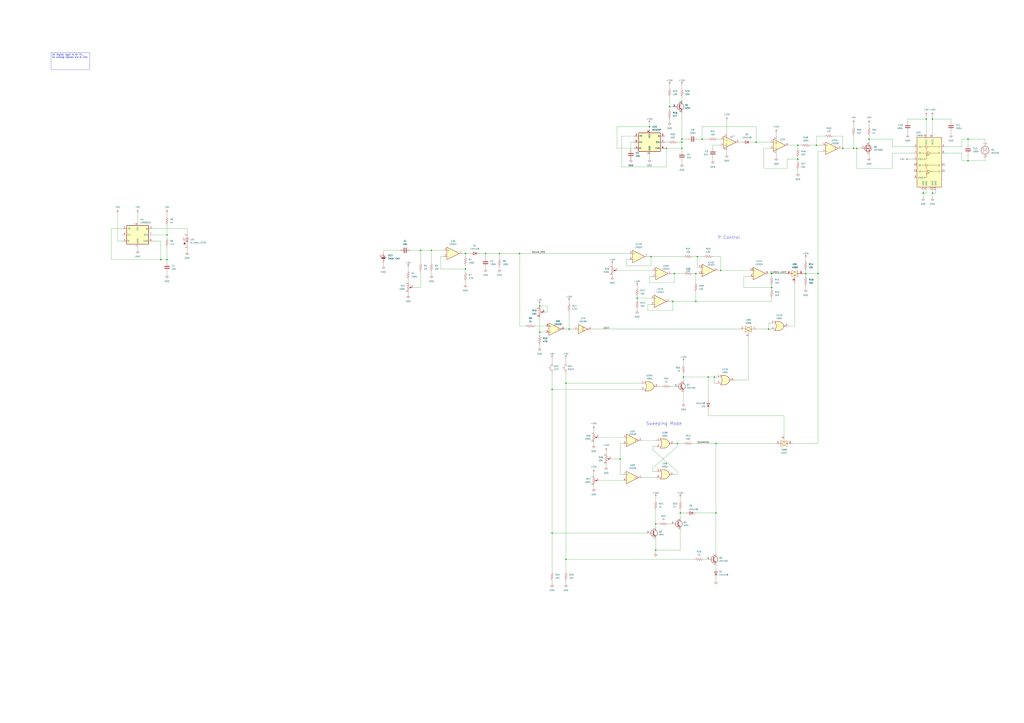
<source format=kicad_sch>
(kicad_sch (version 20231120) (generator "eeschema") (generator_version "8.0")
  (paper "A1")
  (junction (at 552.45 247.65))
  (junction (at 671.83 224.79))
  (junction (at 467.36 270.51))
  (junction (at 576.58 114.3))
  (junction (at 549.91 87.63))
  (junction (at 703.58 121.92))
  (junction (at 581.66 309.88))
  (junction (at 670.56 119.38))
  (junction (at 137.16 213.36))
  (junction (at 382.27 220.98))
  (junction (at 538.48 452.12))
  (junction (at 571.5 247.65))
  (junction (at 426.72 208.28))
  (junction (at 661.67 224.79))
  (junction (at 464.82 459.74))
  (junction (at 453.39 438.15))
  (junction (at 692.15 121.92))
  (junction (at 588.01 364.49))
  (junction (at 758.19 158.75))
  (junction (at 571.5 224.79))
  (junction (at 586.74 309.88))
  (junction (at 760.73 97.79))
  (junction (at 547.37 121.92))
  (junction (at 137.16 193.04))
  (junction (at 701.04 121.92))
  (junction (at 631.19 270.51))
  (junction (at 795.02 114.3))
  (junction (at 655.32 130.81))
  (junction (at 509.27 377.19))
  (junction (at 556.26 364.49))
  (junction (at 655.32 119.38))
  (junction (at 588.01 421.64))
  (junction (at 523.24 245.11))
  (junction (at 561.34 309.88))
  (junction (at 633.73 224.79))
  (junction (at 354.33 205.74))
  (junction (at 533.4 104.14))
  (junction (at 633.73 236.22))
  (junction (at 410.21 208.28))
  (junction (at 560.07 114.3))
  (junction (at 553.72 224.79))
  (junction (at 713.74 114.3))
  (junction (at 560.07 116.84))
  (junction (at 795.02 132.08))
  (junction (at 538.48 430.53))
  (junction (at 132.08 213.36))
  (junction (at 453.39 320.04))
  (junction (at 534.67 210.82))
  (junction (at 765.81 158.75))
  (junction (at 560.07 121.92))
  (junction (at 464.82 314.96))
  (junction (at 765.81 97.79))
  (junction (at 398.78 208.28))
  (junction (at 382.27 208.28))
  (junction (at 621.03 116.84))
  (junction (at 558.8 421.64))
  (junction (at 345.44 205.74))
  (junction (at 443.23 273.05))
  (junction (at 572.77 210.82))
  (junction (at 443.23 251.46))
  (junction (at 591.82 222.25))
  (wire (pts (xy 125.73 193.04) (xy 137.16 193.04)))
  (wire (pts (xy 398.78 212.09) (xy 398.78 208.28)))
  (wire (pts (xy 692.15 111.76) (xy 692.15 121.92)))
  (wire (pts (xy 453.39 320.04) (xy 453.39 438.15)))
  (wire (pts (xy 560.07 116.84) (xy 560.07 121.92)))
  (wire (pts (xy 670.56 111.76) (xy 676.91 111.76)))
  (wire (pts (xy 547.37 121.92) (xy 546.1 121.92)))
  (wire (pts (xy 335.28 229.87) (xy 335.28 232.41)))
  (wire (pts (xy 633.73 236.22) (xy 633.73 234.95)))
  (wire (pts (xy 795.02 127) (xy 795.02 132.08)))
  (wire (pts (xy 552.45 255.27) (xy 552.45 247.65)))
  (wire (pts (xy 760.73 158.75) (xy 758.19 158.75)))
  (wire (pts (xy 655.32 132.08) (xy 655.32 130.81)))
  (wire (pts (xy 703.58 121.92) (xy 703.58 138.43)))
  (wire (pts (xy 684.53 111.76) (xy 692.15 111.76)))
  (wire (pts (xy 487.68 365.76) (xy 487.68 363.22)))
  (wire (pts (xy 571.5 247.65) (xy 552.45 247.65)))
  (wire (pts (xy 153.67 204.47) (xy 153.67 207.01)))
  (wire (pts (xy 571.5 224.79) (xy 574.04 224.79)))
  (wire (pts (xy 538.48 361.95) (xy 527.05 361.95)))
  (wire (pts (xy 514.35 218.44) (xy 514.35 213.36)))
  (wire (pts (xy 506.73 104.14) (xy 506.73 121.92)))
  (wire (pts (xy 538.48 387.35) (xy 535.94 387.35)))
  (wire (pts (xy 335.28 240.03) (xy 335.28 242.57)))
  (wire (pts (xy 382.27 208.28) (xy 386.08 208.28)))
  (wire (pts (xy 398.78 220.98) (xy 398.78 219.71)))
  (wire (pts (xy 364.49 210.82) (xy 361.95 210.82)))
  (wire (pts (xy 453.39 438.15) (xy 453.39 469.9)))
  (wire (pts (xy 535.94 384.81) (xy 556.26 367.03)))
  (wire (pts (xy 541.02 430.53) (xy 538.48 430.53)))
  (wire (pts (xy 781.05 100.33) (xy 781.05 97.79)))
  (wire (pts (xy 581.66 341.63) (xy 581.66 336.55)))
  (wire (pts (xy 558.8 421.64) (xy 558.8 425.45)))
  (wire (pts (xy 125.73 198.12) (xy 132.08 198.12)))
  (wire (pts (xy 538.48 452.12) (xy 558.8 452.12)))
  (wire (pts (xy 558.8 411.48) (xy 558.8 408.94)))
  (wire (pts (xy 607.06 116.84) (xy 609.6 116.84)))
  (wire (pts (xy 533.4 101.6) (xy 533.4 104.14)))
  (wire (pts (xy 661.67 237.49) (xy 661.67 234.95)))
  (wire (pts (xy 314.96 215.9) (xy 314.96 218.44)))
  (wire (pts (xy 549.91 69.85) (xy 549.91 72.39)))
  (wire (pts (xy 610.87 236.22) (xy 633.73 236.22)))
  (wire (pts (xy 789.94 114.3) (xy 795.02 114.3)))
  (wire (pts (xy 758.19 162.56) (xy 758.19 158.75)))
  (wire (pts (xy 464.82 459.74) (xy 464.82 314.96)))
  (wire (pts (xy 534.67 210.82) (xy 534.67 218.44)))
  (wire (pts (xy 571.5 421.64) (xy 588.01 421.64)))
  (wire (pts (xy 509.27 389.89) (xy 511.81 389.89)))
  (wire (pts (xy 561.34 364.49) (xy 556.26 364.49)))
  (wire (pts (xy 631.19 265.43) (xy 632.46 265.43)))
  (wire (pts (xy 591.82 222.25) (xy 589.28 222.25)))
  (wire (pts (xy 655.32 130.81) (xy 655.32 129.54)))
  (wire (pts (xy 652.78 267.97) (xy 647.7 267.97)))
  (wire (pts (xy 586.74 314.96) (xy 588.01 314.96)))
  (wire (pts (xy 449.58 256.54) (xy 447.04 256.54)))
  (wire (pts (xy 426.72 208.28) (xy 516.89 208.28)))
  (wire (pts (xy 621.03 116.84) (xy 621.03 104.14)))
  (wire (pts (xy 586.74 309.88) (xy 586.74 314.96)))
  (wire (pts (xy 795.02 132.08) (xy 789.94 132.08)))
  (wire (pts (xy 487.68 401.32) (xy 487.68 398.78)))
  (wire (pts (xy 765.81 156.21) (xy 765.81 158.75)))
  (wire (pts (xy 585.47 119.38) (xy 591.82 119.38)))
  (wire (pts (xy 633.73 245.11) (xy 633.73 247.65)))
  (wire (pts (xy 137.16 193.04) (xy 137.16 185.42)))
  (wire (pts (xy 549.91 90.17) (xy 549.91 87.63)))
  (wire (pts (xy 637.54 109.22) (xy 637.54 111.76)))
  (wire (pts (xy 631.19 265.43) (xy 631.19 270.51)))
  (wire (pts (xy 464.82 477.52) (xy 464.82 480.06)))
  (wire (pts (xy 520.7 121.92) (xy 506.73 121.92)))
  (wire (pts (xy 354.33 223.52) (xy 354.33 226.06)))
  (wire (pts (xy 558.8 435.61) (xy 558.8 452.12)))
  (wire (pts (xy 96.52 198.12) (xy 100.33 198.12)))
  (wire (pts (xy 750.57 120.65) (xy 732.79 120.65)))
  (wire (pts (xy 426.72 208.28) (xy 426.72 267.97)))
  (wire (pts (xy 588.01 364.49) (xy 636.27 364.49)))
  (wire (pts (xy 732.79 114.3) (xy 732.79 120.65)))
  (wire (pts (xy 760.73 156.21) (xy 760.73 158.75)))
  (wire (pts (xy 449.58 256.54) (xy 449.58 251.46)))
  (wire (pts (xy 765.81 95.25) (xy 765.81 97.79)))
  (wire (pts (xy 538.48 392.43) (xy 527.05 392.43)))
  (wire (pts (xy 560.07 134.62) (xy 560.07 132.08)))
  (wire (pts (xy 538.48 430.53) (xy 538.48 433.07)))
  (wire (pts (xy 511.81 364.49) (xy 509.27 364.49)))
  (wire (pts (xy 758.19 158.75) (xy 758.19 156.21)))
  (wire (pts (xy 745.49 107.95) (xy 745.49 110.49)))
  (wire (pts (xy 533.4 232.41) (xy 553.72 232.41)))
  (wire (pts (xy 603.25 312.42) (xy 614.68 312.42)))
  (wire (pts (xy 560.07 124.46) (xy 560.07 121.92)))
  (wire (pts (xy 560.07 121.92) (xy 547.37 121.92)))
  (wire (pts (xy 646.43 138.43) (xy 646.43 130.81)))
  (wire (pts (xy 596.9 127) (xy 596.9 124.46)))
  (wire (pts (xy 571.5 240.03) (xy 571.5 247.65)))
  (wire (pts (xy 132.08 213.36) (xy 137.16 213.36)))
  (wire (pts (xy 701.04 104.14) (xy 701.04 101.6)))
  (wire (pts (xy 627.38 138.43) (xy 646.43 138.43)))
  (wire (pts (xy 808.99 114.3) (xy 808.99 116.84)))
  (wire (pts (xy 501.65 377.19) (xy 509.27 377.19)))
  (wire (pts (xy 808.99 129.54) (xy 808.99 132.08)))
  (wire (pts (xy 570.23 459.74) (xy 464.82 459.74)))
  (wire (pts (xy 361.95 220.98) (xy 382.27 220.98)))
  (wire (pts (xy 647.7 119.38) (xy 655.32 119.38)))
  (wire (pts (xy 765.81 162.56) (xy 765.81 158.75)))
  (wire (pts (xy 467.36 256.54) (xy 467.36 270.51)))
  (wire (pts (xy 670.56 119.38) (xy 670.56 111.76)))
  (wire (pts (xy 113.03 203.2) (xy 113.03 205.74)))
  (wire (pts (xy 520.7 111.76) (xy 510.54 111.76)))
  (wire (pts (xy 627.38 121.92) (xy 627.38 138.43)))
  (wire (pts (xy 502.92 218.44) (xy 502.92 217.17)))
  (wire (pts (xy 393.7 208.28) (xy 398.78 208.28)))
  (wire (pts (xy 576.58 114.3) (xy 572.77 114.3)))
  (wire (pts (xy 572.77 219.71) (xy 572.77 210.82)))
  (wire (pts (xy 655.32 119.38) (xy 657.86 119.38)))
  (wire (pts (xy 443.23 251.46) (xy 443.23 252.73)))
  (wire (pts (xy 125.73 187.96) (xy 153.67 187.96)))
  (wire (pts (xy 523.24 246.38) (xy 523.24 245.11)))
  (wire (pts (xy 795.02 119.38) (xy 795.02 114.3)))
  (wire (pts (xy 675.64 119.38) (xy 670.56 119.38)))
  (wire (pts (xy 671.83 224.79) (xy 661.67 224.79)))
  (wire (pts (xy 533.4 104.14) (xy 533.4 106.68)))
  (wire (pts (xy 443.23 273.05) (xy 443.23 275.59)))
  (wire (pts (xy 410.21 220.98) (xy 410.21 219.71)))
  (wire (pts (xy 532.13 250.19) (xy 532.13 255.27)))
  (wire (pts (xy 591.82 114.3) (xy 589.28 114.3)))
  (wire (pts (xy 632.46 121.92) (xy 627.38 121.92)))
  (wire (pts (xy 497.84 373.38) (xy 497.84 370.84)))
  (wire (pts (xy 561.34 331.47) (xy 561.34 322.58)))
  (wire (pts (xy 633.73 237.49) (xy 633.73 236.22)))
  (wire (pts (xy 453.39 438.15) (xy 530.86 438.15)))
  (wire (pts (xy 314.96 208.28) (xy 314.96 205.74)))
  (wire (pts (xy 431.8 267.97) (xy 426.72 267.97)))
  (wire (pts (xy 591.82 210.82) (xy 591.82 222.25)))
  (wire (pts (xy 379.73 208.28) (xy 382.27 208.28)))
  (wire (pts (xy 464.82 469.9) (xy 464.82 459.74)))
  (wire (pts (xy 449.58 251.46) (xy 443.23 251.46)))
  (wire (pts (xy 633.73 227.33) (xy 633.73 224.79)))
  (wire (pts (xy 453.39 294.64) (xy 453.39 297.18)))
  (wire (pts (xy 574.04 219.71) (xy 572.77 219.71)))
  (wire (pts (xy 768.35 158.75) (xy 768.35 156.21)))
  (wire (pts (xy 453.39 320.04) (xy 525.78 320.04)))
  (wire (pts (xy 596.9 99.06) (xy 596.9 109.22)))
  (wire (pts (xy 556.26 389.89) (xy 553.72 389.89)))
  (wire (pts (xy 137.16 175.26) (xy 137.16 177.8)))
  (wire (pts (xy 538.48 452.12) (xy 538.48 443.23)))
  (wire (pts (xy 464.82 314.96) (xy 525.78 314.96)))
  (wire (pts (xy 336.55 205.74) (xy 345.44 205.74)))
  (wire (pts (xy 671.83 124.46) (xy 671.83 224.79)))
  (wire (pts (xy 713.74 111.76) (xy 713.74 114.3)))
  (wire (pts (xy 518.16 116.84) (xy 520.7 116.84)))
  (wire (pts (xy 509.27 377.19) (xy 509.27 389.89)))
  (wire (pts (xy 633.73 224.79) (xy 631.19 224.79)))
  (wire (pts (xy 443.23 251.46) (xy 443.23 250.19)))
  (wire (pts (xy 510.54 111.76) (xy 510.54 137.16)))
  (wire (pts (xy 518.16 123.19) (xy 518.16 116.84)))
  (wire (pts (xy 561.34 309.88) (xy 561.34 312.42)))
  (wire (pts (xy 410.21 208.28) (xy 426.72 208.28)))
  (wire (pts (xy 577.85 210.82) (xy 572.77 210.82)))
  (wire (pts (xy 577.85 459.74) (xy 580.39 459.74)))
  (wire (pts (xy 96.52 175.26) (xy 96.52 198.12)))
  (wire (pts (xy 491.49 394.97) (xy 511.81 394.97)))
  (wire (pts (xy 789.94 132.08) (xy 789.94 125.73)))
  (wire (pts (xy 581.66 341.63) (xy 643.89 341.63)))
  (wire (pts (xy 560.07 116.84) (xy 556.26 116.84)))
  (wire (pts (xy 661.67 227.33) (xy 661.67 224.79)))
  (wire (pts (xy 760.73 97.79) (xy 760.73 110.49)))
  (wire (pts (xy 652.78 232.41) (xy 652.78 267.97)))
  (wire (pts (xy 535.94 369.57) (xy 556.26 387.35)))
  (wire (pts (xy 91.44 213.36) (xy 132.08 213.36)))
  (wire (pts (xy 551.18 317.5) (xy 553.72 317.5)))
  (wire (pts (xy 91.44 213.36) (xy 91.44 187.96)))
  (wire (pts (xy 692.15 121.92) (xy 701.04 121.92)))
  (wire (pts (xy 671.83 224.79) (xy 671.83 364.49)))
  (wire (pts (xy 549.91 100.33) (xy 549.91 97.79)))
  (wire (pts (xy 314.96 205.74) (xy 328.93 205.74)))
  (wire (pts (xy 439.42 267.97) (xy 448.31 267.97)))
  (wire (pts (xy 571.5 224.79) (xy 568.96 224.79)))
  (wire (pts (xy 561.34 297.18) (xy 561.34 299.72)))
  (wire (pts (xy 610.87 227.33) (xy 610.87 236.22)))
  (wire (pts (xy 560.07 114.3) (xy 560.07 116.84)))
  (wire (pts (xy 354.33 205.74) (xy 345.44 205.74)))
  (wire (pts (xy 534.67 218.44) (xy 514.35 218.44)))
  (wire (pts (xy 533.4 232.41) (xy 533.4 227.33)))
  (wire (pts (xy 572.77 210.82) (xy 568.96 210.82)))
  (wire (pts (xy 665.48 119.38) (xy 670.56 119.38)))
  (wire (pts (xy 491.49 359.41) (xy 511.81 359.41)))
  (wire (pts (xy 382.27 223.52) (xy 382.27 220.98)))
  (wire (pts (xy 651.51 364.49) (xy 671.83 364.49)))
  (wire (pts (xy 690.88 121.92) (xy 692.15 121.92)))
  (wire (pts (xy 464.82 294.64) (xy 464.82 297.18)))
  (wire (pts (xy 345.44 223.52) (xy 345.44 236.22)))
  (wire (pts (xy 467.36 247.65) (xy 467.36 248.92)))
  (wire (pts (xy 538.48 411.48) (xy 538.48 408.94)))
  (wire (pts (xy 410.21 208.28) (xy 410.21 212.09)))
  (wire (pts (xy 453.39 307.34) (xy 453.39 320.04)))
  (wire (pts (xy 345.44 205.74) (xy 345.44 215.9)))
  (wire (pts (xy 621.03 104.14) (xy 576.58 104.14)))
  (wire (pts (xy 335.28 219.71) (xy 335.28 222.25)))
  (wire (pts (xy 382.27 233.68) (xy 382.27 231.14)))
  (wire (pts (xy 765.81 158.75) (xy 768.35 158.75)))
  (wire (pts (xy 553.72 224.79) (xy 551.18 224.79)))
  (wire (pts (xy 345.44 236.22) (xy 339.09 236.22)))
  (wire (pts (xy 443.23 285.75) (xy 443.23 283.21)))
  (wire (pts (xy 534.67 250.19) (xy 532.13 250.19)))
  (wire (pts (xy 538.48 367.03) (xy 535.94 367.03)))
  (wire (pts (xy 732.79 138.43) (xy 732.79 125.73)))
  (wire (pts (xy 534.67 245.11) (xy 523.24 245.11)))
  (wire (pts (xy 713.74 129.54) (xy 713.74 127)))
  (wire (pts (xy 585.47 210.82) (xy 591.82 210.82)))
  (wire (pts (xy 487.68 355.6) (xy 487.68 353.06)))
  (wire (pts (xy 568.96 364.49) (xy 588.01 364.49)))
  (wire (pts (xy 765.81 97.79) (xy 765.81 110.49)))
  (wire (pts (xy 556.26 364.49) (xy 553.72 364.49)))
  (wire (pts (xy 91.44 187.96) (xy 100.33 187.96)))
  (wire (pts (xy 137.16 223.52) (xy 137.16 226.06)))
  (wire (pts (xy 538.48 419.1) (xy 538.48 430.53)))
  (wire (pts (xy 113.03 182.88) (xy 113.03 175.26)))
  (wire (pts (xy 535.94 387.35) (xy 535.94 384.81)))
  (wire (pts (xy 523.24 245.11) (xy 523.24 243.84)))
  (wire (pts (xy 675.64 124.46) (xy 671.83 124.46)))
  (wire (pts (xy 364.49 205.74) (xy 354.33 205.74)))
  (wire (pts (xy 560.07 92.71) (xy 560.07 114.3)))
  (wire (pts (xy 637.54 129.54) (xy 637.54 127)))
  (wire (pts (xy 467.36 270.51) (xy 463.55 270.51)))
  (wire (pts (xy 453.39 477.52) (xy 453.39 480.06)))
  (wire (pts (xy 556.26 367.03) (xy 556.26 364.49)))
  (wire (pts (xy 549.91 87.63) (xy 552.45 87.63)))
  (wire (pts (xy 646.43 130.81) (xy 655.32 130.81)))
  (wire (pts (xy 497.84 383.54) (xy 497.84 381)))
  (wire (pts (xy 487.68 391.16) (xy 487.68 388.62)))
  (wire (pts (xy 506.73 222.25) (xy 535.94 222.25)))
  (wire (pts (xy 561.34 309.88) (xy 581.66 309.88)))
  (wire (pts (xy 581.66 114.3) (xy 576.58 114.3)))
  (wire (pts (xy 563.88 421.64) (xy 558.8 421.64)))
  (wire (pts (xy 745.49 97.79) (xy 760.73 97.79)))
  (wire (pts (xy 153.67 191.77) (xy 153.67 187.96)))
  (wire (pts (xy 775.97 125.73) (xy 789.94 125.73)))
  (wire (pts (xy 615.95 227.33) (xy 610.87 227.33)))
  (wire (pts (xy 552.45 247.65) (xy 549.91 247.65)))
  (wire (pts (xy 538.48 452.12) (xy 538.48 454.66)))
  (wire (pts (xy 560.07 69.85) (xy 560.07 72.39)))
  (wire (pts (xy 588.01 467.36) (xy 588.01 464.82)))
  (wire (pts (xy 732.79 125.73) (xy 750.57 125.73)))
  (wire (pts (xy 581.66 309.88) (xy 581.66 328.93)))
  (wire (pts (xy 467.36 270.51) (xy 471.17 270.51)))
  (wire (pts (xy 775.97 120.65) (xy 789.94 120.65)))
  (wire (pts (xy 532.13 255.27) (xy 552.45 255.27)))
  (wire (pts (xy 585.47 121.92) (xy 585.47 119.38)))
  (wire (pts (xy 565.15 114.3) (xy 560.07 114.3)))
  (wire (pts (xy 558.8 419.1) (xy 558.8 421.64)))
  (wire (pts (xy 621.03 116.84) (xy 632.46 116.84)))
  (wire (pts (xy 561.34 307.34) (xy 561.34 309.88)))
  (wire (pts (xy 137.16 215.9) (xy 137.16 213.36)))
  (wire (pts (xy 706.12 121.92) (xy 703.58 121.92)))
  (wire (pts (xy 561.34 210.82) (xy 534.67 210.82)))
  (wire (pts (xy 585.47 132.08) (xy 585.47 129.54)))
  (wire (pts (xy 588.01 421.64) (xy 588.01 454.66)))
  (wire (pts (xy 586.74 309.88) (xy 588.01 309.88)))
  (wire (pts (xy 137.16 195.58) (xy 137.16 193.04)))
  (wire (pts (xy 808.99 132.08) (xy 795.02 132.08)))
  (wire (pts (xy 549.91 87.63) (xy 549.91 80.01)))
  (wire (pts (xy 551.18 430.53) (xy 548.64 430.53)))
  (wire (pts (xy 398.78 208.28) (xy 410.21 208.28)))
  (wire (pts (xy 382.27 218.44) (xy 382.27 220.98)))
  (wire (pts (xy 132.08 198.12) (xy 132.08 213.36)))
  (wire (pts (xy 354.33 215.9) (xy 354.33 205.74)))
  (wire (pts (xy 553.72 224.79) (xy 553.72 232.41)))
  (wire (pts (xy 581.66 309.88) (xy 586.74 309.88)))
  (wire (pts (xy 502.92 227.33) (xy 502.92 226.06)))
  (wire (pts (xy 533.4 127) (xy 533.4 130.81)))
  (wire (pts (xy 661.67 224.79) (xy 660.4 224.79)))
  (wire (pts (xy 760.73 95.25) (xy 760.73 97.79)))
  (wire (pts (xy 614.68 278.13) (xy 614.68 312.42)))
  (wire (pts (xy 443.23 273.05) (xy 448.31 273.05)))
  (wire (pts (xy 561.34 224.79) (xy 553.72 224.79)))
  (wire (pts (xy 746.76 130.81) (xy 750.57 130.81)))
  (wire (pts (xy 789.94 120.65) (xy 789.94 114.3)))
  (wire (pts (xy 732.79 114.3) (xy 713.74 114.3)))
  (wire (pts (xy 523.24 255.27) (xy 523.24 254)))
  (wire (pts (xy 643.89 341.63) (xy 643.89 356.87)))
  (wire (pts (xy 443.23 260.35) (xy 443.23 273.05)))
  (wire (pts (xy 533.4 227.33) (xy 535.94 227.33)))
  (wire (pts (xy 713.74 114.3) (xy 713.74 116.84)))
  (wire (pts (xy 514.35 213.36) (xy 516.89 213.36)))
  (wire (pts (xy 464.82 314.96) (xy 464.82 307.34)))
  (wire (pts (xy 745.49 100.33) (xy 745.49 97.79)))
  (wire (pts (xy 701.04 121.92) (xy 703.58 121.92)))
  (wire (pts (xy 560.07 82.55) (xy 560.07 80.01)))
  (wire (pts (xy 781.05 107.95) (xy 781.05 110.49)))
  (wire (pts (xy 361.95 210.82) (xy 361.95 220.98)))
  (wire (pts (xy 571.5 232.41) (xy 571.5 224.79)))
  (wire (pts (xy 535.94 367.03) (xy 535.94 369.57)))
  (wire (pts (xy 546.1 116.84) (xy 548.64 116.84)))
  (wire (pts (xy 382.27 208.28) (xy 382.27 210.82)))
  (wire (pts (xy 655.32 142.24) (xy 655.32 139.7)))
  (wire (pts (xy 543.56 317.5) (xy 541.02 317.5)))
  (wire (pts (xy 701.04 111.76) (xy 701.04 121.92)))
  (wire (pts (xy 556.26 387.35) (xy 556.26 389.89)))
  (wire (pts (xy 510.54 137.16) (xy 547.37 137.16)))
  (wire (pts (xy 703.58 138.43) (xy 732.79 138.43)))
  (wire (pts (xy 571.5 247.65) (xy 633.73 247.65)))
  (wire (pts (xy 588.01 474.98) (xy 588.01 477.52)))
  (wire (pts (xy 509.27 364.49) (xy 509.27 377.19)))
  (wire (pts (xy 591.82 222.25) (xy 615.95 222.25)))
  (wire (pts (xy 506.73 104.14) (xy 533.4 104.14)))
  (wire (pts (xy 137.16 203.2) (xy 137.16 213.36)))
  (wire (pts (xy 576.58 104.14) (xy 576.58 114.3)))
  (wire (pts (xy 631.19 270.51) (xy 632.46 270.51)))
  (wire (pts (xy 661.67 212.09) (xy 661.67 214.63)))
  (wire (pts (xy 588.01 364.49) (xy 588.01 421.64)))
  (wire (pts (xy 795.02 114.3) (xy 808.99 114.3)))
  (wire (pts (xy 661.67 222.25) (xy 661.67 224.79)))
  (wire (pts (xy 781.05 97.79) (xy 765.81 97.79)))
  (wire (pts (xy 532.13 210.82) (xy 534.67 210.82)))
  (wire (pts (xy 622.3 270.51) (xy 631.19 270.51)))
  (wire (pts (xy 523.24 236.22) (xy 523.24 234.95)))
  (wire (pts (xy 617.22 116.84) (xy 621.03 116.84)))
  (wire (pts (xy 547.37 137.16) (xy 547.37 121.92)))
  (wire (pts (xy 645.16 224.79) (xy 633.73 224.79)))
  (wire (pts (xy 486.41 270.51) (xy 607.06 270.51)))
  (wire (pts (xy 655.32 119.38) (xy 655.32 121.92)))
  (wire (pts (xy 713.74 104.14) (xy 713.74 101.6)))
  (text_box "All Digital logic is 5V TTL.\nAll analog signals are 0-10V." (at 41.91 43.18 0) (size 31.75 13.97) (effects (font (size 1.27 1.27)) (justify left top)))
  (text "P Control" (at 598.678 195.326 0) (effects (font (size 2.54 2.54))))
  (text "Sweeping Mode" (at 545.338 348.234 0) (effects (font (size 2.54 2.54))))
  (label "SCANNING" (at 572.77 364.49 0))
  (label "CLOSED_LOOP" (at 632.46 224.79 0))
  (label "LOCK" (at 495.299 270.51 0))
  (label "SOLAR_POS" (at 436.88 208.28 0))
  (symbol (lib_id "power:GND") (at 745.49 110.49 0) (mirror y) (unit 1)
    (property "Reference" "#PWR066" (effects (hide yes)))
    (property "Value" "GND" (at 745.49 115.57 0))
    (property "Description" "Power symbol creates a global label with name \"GND\" , ground" (effects (hide yes)))
  )
  (symbol (lib_id "Device:C") (at 398.78 215.9 180) (unit 1)
    (property "Reference" "C2" (at 402.59 214.6299 0) (effects (justify right)))
    (property "Value" "100n" (at 402.59 217.1699 0) (effects (justify right)))
    (property "Description" "Unpolarized capacitor" (effects (hide yes)))
  )
  (symbol (lib_id "power:GND") (at 354.33 226.06 0) (unit 1)
    (property "Reference" "#PWR04" (effects (hide yes)))
    (property "Value" "GND" (at 354.33 231.14 0))
    (property "Description" "Power symbol creates a global label with name \"GND\" , ground" (effects (hide yes)))
  )
  (symbol (lib_id "Device:R_US") (at 565.15 364.49 90) (unit 1)
    (property "Reference" "R43" (at 565.15 358.14 90))
    (property "Value" "10k" (at 565.15 360.68 90))
    (property "Description" "Resistor, US symbol" (effects (hide yes)))
  )
  (symbol (lib_id "power:+5V") (at 713.74 101.6 0) (unit 1)
    (property "Reference" "#PWR064" (effects (hide yes)))
    (property "Value" "+5V" (at 713.74 96.52 0))
    (property "Description" "Power symbol creates a global label with name \"+5V\"" (effects (hide yes)))
  )
  (symbol (lib_id "power:GND") (at 561.34 331.47 0) (unit 1)
    (property "Reference" "#PWR076" (effects (hide yes)))
    (property "Value" "GND" (at 561.34 336.55 0))
    (property "Description" "Power symbol creates a global label with name \"GND\" , ground" (effects (hide yes)))
  )
  (symbol (lib_id "power:GND") (at 410.21 220.98 0) (unit 1)
    (property "Reference" "#PWR08" (effects (hide yes)))
    (property "Value" "GND" (at 410.21 226.06 0))
    (property "Description" "Power symbol creates a global label with name \"GND\" , ground" (effects (hide yes)))
  )
  (symbol (lib_id "4xxx:4066") (at 614.68 270.51 180) (unit 2)
    (property "Reference" "U9" (at 614.68 262.89 0))
    (property "Value" "4066" (at 614.68 265.43 0))
    (property "Datasheet" "http://www.ti.com/lit/ds/symlink/cd4066b.pdf" (effects (hide yes)))
    (property "Description" "Quad Analog Switches" (effects (hide yes)))
  )
  (symbol (lib_id "power:GND") (at 153.67 207.01 0) (unit 1)
    (property "Reference" "#PWR020" (effects (hide yes)))
    (property "Value" "GND" (at 153.67 212.09 0))
    (property "Description" "Power symbol creates a global label with name \"GND\" , ground" (effects (hide yes)))
  )
  (symbol (lib_id "power:GND") (at 382.27 233.68 0) (unit 1)
    (property "Reference" "#PWR05" (effects (hide yes)))
    (property "Value" "GND" (at 382.27 238.76 0))
    (property "Description" "Power symbol creates a global label with name \"GND\" , ground" (effects (hide yes)))
  )
  (symbol (lib_id "Device:R_US") (at 655.32 135.89 0) (unit 1)
    (property "Reference" "R47" (at 657.86 134.6199 0) (effects (justify left)))
    (property "Value" "10k" (at 657.86 137.1599 0) (effects (justify left)))
    (property "Description" "Resistor, US symbol" (effects (hide yes)))
  )
  (symbol (lib_id "power:GND") (at 713.74 129.54 0) (unit 1)
    (property "Reference" "#PWR065" (effects (hide yes)))
    (property "Value" "GND" (at 713.74 134.62 0))
    (property "Description" "Power symbol creates a global label with name \"GND\" , ground" (effects (hide yes)))
  )
  (symbol (lib_id "Comparator:LM339") (at 683.26 121.92 0) (unit 1)
    (property "Reference" "U22" (at 685.546 115.316 0))
    (property "Value" "LM339" (at 685.546 117.856 0))
    (property "Datasheet" "https://www.st.com/resource/en/datasheet/lm139.pdf" (effects (hide yes)))
    (property "Description" "Quad Differential Comparators, SOIC-14/TSSOP-14" (effects (hide yes)))
  )
  (symbol (lib_id "Device:D") (at 613.41 116.84 180) (unit 1)
    (property "Reference" "D2" (at 613.41 110.49 0))
    (property "Value" "1N4148" (at 613.41 113.03 0))
    (property "Description" "Diode" (effects (hide yes)))
    (property "Sim.Device" "D" (effects (hide yes)))
    (property "Sim.Pins" "1=K 2=A" (effects (hide yes)))
  )
  (symbol (lib_id "Device:C") (at 332.74 205.74 90) (unit 1)
    (property "Reference" "C1" (at 332.74 198.12 90))
    (property "Value" "10n" (at 332.74 200.66 90))
    (property "Description" "Unpolarized capacitor" (effects (hide yes)))
  )
  (symbol (lib_id "4xxx:4066") (at 643.89 364.49 0) (mirror y) (unit 3)
    (property "Reference" "U21" (at 643.89 372.11 0))
    (property "Value" "4066" (at 643.89 369.57 0))
    (property "Datasheet" "http://www.ti.com/lit/ds/symlink/cd4066b.pdf" (effects (hide yes)))
    (property "Description" "Quad Analog Switches" (effects (hide yes)))
  )
  (symbol (lib_id "power:+5V") (at 453.39 294.64 0) (unit 1)
    (property "Reference" "#PWR07" (effects (hide yes)))
    (property "Value" "+5V" (at 453.39 290.83 0))
    (property "Description" "Power symbol creates a global label with name \"+5V\"" (effects (hide yes)))
  )
  (symbol (lib_id "4xxx:4001") (at 533.4 317.5 0) (unit 1)
    (property "Reference" "U25" (at 533.4 308.61 0))
    (property "Value" "4001" (at 533.4 311.15 0))
    (property "Datasheet" "http://www.intersil.com/content/dam/Intersil/documents/cd40/cd4000bms-01bms-02bms-25bms.pdf" (effects (hide yes)))
    (property "Description" "Quad Nor 2 inputs" (effects (hide yes)))
  )
  (symbol (lib_id "4xxx:4001") (at 546.1 364.49 0) (unit 1)
    (property "Reference" "U18" (at 546.1 355.6 0))
    (property "Value" "4001" (at 546.1 358.14 0))
    (property "Datasheet" "http://www.intersil.com/content/dam/Intersil/documents/cd40/cd4000bms-01bms-02bms-25bms.pdf" (effects (hide yes)))
    (property "Description" "Quad Nor 2 inputs" (effects (hide yes)))
  )
  (symbol (lib_id "Device:R_US") (at 661.67 231.14 180) (unit 1)
    (property "Reference" "R18" (at 664.21 229.8699 0) (effects (justify right)))
    (property "Value" "10k" (at 664.21 232.4099 0) (effects (justify right)))
    (property "Description" "Resistor, US symbol" (effects (hide yes)))
  )
  (symbol (lib_id "Timer:NE555P") (at 533.4 116.84 0) (unit 1)
    (property "Reference" "U15" (at 535.5941 104.14 0) (effects (justify left)))
    (property "Value" "NE555P" (at 535.5941 106.68 0) (effects (justify left)))
    (property "Footprint" "Package_DIP:DIP-8_W7.62mm" (effects (hide yes)))
    (property "Datasheet" "http://www.ti.com/lit/ds/symlink/ne555.pdf" (effects (hide yes)))
    (property "Description" "Precision Timers, 555 compatible,  PDIP-8" (effects (hide yes)))
    (property "Sim.Library" "/Users/zbrown/Documents/simulation-lib/ua555.lib" (effects (hide yes)))
    (property "Sim.Name" "TLC555" (effects (hide yes)))
    (property "Sim.Device" "SUBCKT" (effects (hide yes)))
    (property "Sim.Pins" "1=GND 2=TRIG 3=OUT 4=RESET 5=CONT 6=THRES 7=DISC 8=VCC" (effects (hide yes)))
  )
  (symbol (lib_id "Device:R_US") (at 435.61 267.97 90) (unit 1)
    (property "Reference" "R9" (at 435.61 261.62 90))
    (property "Value" "1k" (at 435.61 264.16 90))
    (property "Description" "Resistor, US symbol" (effects (hide yes)))
  )
  (symbol (lib_id "Device:R_US") (at 137.16 181.61 0) (unit 1)
    (property "Reference" "R5" (at 139.7 180.3399 0) (effects (justify left)))
    (property "Value" "1k" (at 139.7 182.8799 0) (effects (justify left)))
    (property "Description" "Resistor, US symbol" (effects (hide yes)))
  )
  (symbol (lib_id "power:+15V") (at 637.54 109.22 0) (unit 1)
    (property "Reference" "#PWR040" (effects (hide yes)))
    (property "Value" "+15V" (at 637.54 104.14 0))
    (property "Description" "Power symbol creates a global label with name \"+15V\"" (effects (hide yes)))
  )
  (symbol (lib_id "Device:R_US") (at 661.67 218.44 180) (unit 1)
    (property "Reference" "R14" (at 664.21 217.1699 0) (effects (justify right)))
    (property "Value" "10k" (at 664.21 219.7099 0) (effects (justify right)))
    (property "Description" "Resistor, US symbol" (effects (hide yes)))
  )
  (symbol (lib_id "power:GND") (at 518.16 130.81 0) (unit 1)
    (property "Reference" "#PWR021" (effects (hide yes)))
    (property "Value" "GND" (at 518.16 135.89 0))
    (property "Description" "Power symbol creates a global label with name \"GND\" , ground" (effects (hide yes)))
  )
  (symbol (lib_id "Device:R_Potentiometer_US") (at 443.23 256.54 0) (unit 1)
    (property "Reference" "RV3" (at 440.69 255.2699 0) (effects (justify right)))
    (property "Value" "10k" (at 440.69 257.8099 0) (effects (justify right)))
    (property "Description" "Potentiometer, US symbol" (effects (hide yes)))
  )
  (symbol (lib_id "Device:C") (at 781.05 104.14 0) (unit 1)
    (property "Reference" "C11" (at 784.86 102.8699 0) (effects (justify left)))
    (property "Value" "100n" (at 784.86 105.4099 0) (effects (justify left)))
    (property "Description" "Unpolarized capacitor" (effects (hide yes)))
  )
  (symbol (lib_id "Amplifier_Operational:LM324") (at 542.29 247.65 0) (unit 1)
    (property "Reference" "U14" (at 542.29 237.49 0))
    (property "Value" "LM324" (at 542.29 240.03 0))
    (property "Datasheet" "http://www.ti.com/lit/ds/symlink/lm2902-n.pdf" (effects (hide yes)))
    (property "Description" "Low-Power, Quad-Operational Amplifiers, DIP-14/SOIC-14/SSOP-14" (effects (hide yes)))
  )
  (symbol (lib_id "Device:C") (at 137.16 219.71 0) (unit 1)
    (property "Reference" "C4" (at 140.97 218.4399 0) (effects (justify left)))
    (property "Value" "10n" (at 140.97 220.9799 0) (effects (justify left)))
    (property "Description" "Unpolarized capacitor" (effects (hide yes)))
  )
  (symbol (lib_id "power:GND") (at 758.19 162.56 0) (unit 1)
    (property "Reference" "#PWR068" (effects (hide yes)))
    (property "Value" "GND" (at 758.19 167.64 0))
    (property "Description" "Power symbol creates a global label with name \"GND\" , ground" (effects (hide yes)))
  )
  (symbol (lib_id "Simulation_SPICE:NPN") (at 556.26 430.53 0) (unit 1)
    (property "Reference" "Q4" (at 561.34 429.2599 0) (effects (justify left)))
    (property "Value" "NPN" (at 561.34 431.7999 0) (effects (justify left)))
    (property "Datasheet" "https://ngspice.sourceforge.io/docs/ngspice-html-manual/manual.xhtml#cha_BJTs" (effects (hide yes)))
    (property "Description" "Bipolar transistor symbol for simulation only, substrate tied to the emitter" (effects (hide yes)))
    (property "Sim.Device" "NPN" (effects (hide yes)))
    (property "Sim.Type" "GUMMELPOON" (effects (hide yes)))
    (property "Sim.Pins" "1=C 2=B 3=E" (effects (hide yes)))
  )
  (symbol (lib_id "power:+5V") (at 113.03 175.26 0) (unit 1)
    (property "Reference" "#PWR016" (effects (hide yes)))
    (property "Value" "+5V" (at 113.03 170.18 0))
    (property "Description" "Power symbol creates a global label with name \"+5V\"" (effects (hide yes)))
  )
  (symbol (lib_id "Device:R_US") (at 345.44 219.71 0) (unit 1)
    (property "Reference" "R2" (at 347.98 218.4399 0) (effects (justify left)))
    (property "Value" "1M" (at 347.98 220.9799 0) (effects (justify left)))
    (property "Description" "Resistor, US symbol" (effects (hide yes)))
  )
  (symbol (lib_id "power:+5V") (at 661.67 212.09 0) (unit 1)
    (property "Reference" "#PWR034" (effects (hide yes)))
    (property "Value" "+15V" (at 661.67 208.28 0))
    (property "Description" "Power symbol creates a global label with name \"+5V\"" (effects (hide yes)))
  )
  (symbol (lib_id "Device:R_Potentiometer_US") (at 487.68 394.97 0) (unit 1)
    (property "Reference" "RV7" (at 485.14 393.6999 0) (effects (justify right)))
    (property "Value" "100k" (at 485.14 396.2399 0) (effects (justify right)))
    (property "Description" "Potentiometer, US symbol" (effects (hide yes)))
  )
  (symbol (lib_id "power:GND") (at 661.67 237.49 0) (unit 1)
    (property "Reference" "#PWR043" (effects (hide yes)))
    (property "Value" "GND" (at 661.67 242.57 0))
    (property "Description" "Power symbol creates a global label with name \"GND\" , ground" (effects (hide yes)))
  )
  (symbol (lib_id "power:GND") (at 113.03 205.74 0) (unit 1)
    (property "Reference" "#PWR017" (effects (hide yes)))
    (property "Value" "GND" (at 113.03 210.82 0))
    (property "Description" "Power symbol creates a global label with name \"GND\" , ground" (effects (hide yes)))
  )
  (symbol (lib_id "4xxx:4066") (at 652.78 224.79 180) (unit 3)
    (property "Reference" "U9" (at 652.78 217.17 0))
    (property "Value" "4066" (at 652.78 219.71 0))
    (property "Datasheet" "http://www.ti.com/lit/ds/symlink/cd4066b.pdf" (effects (hide yes)))
    (property "Description" "Quad Analog Switches" (effects (hide yes)))
  )
  (symbol (lib_id "Simulation_SPICE:OPAMP") (at 599.44 116.84 0) (mirror x) (unit 1)
    (property "Reference" "U17" (at 601.472 112.268 0))
    (property "Value" "${SIM.PARAMS}" (at 607.06 119.9835 0))
    (property "Datasheet" "https://ngspice.sourceforge.io/docs/ngspice-html-manual/manual.xhtml#sec__SUBCKT_Subcircuits" (effects (hide yes)))
    (property "Description" "Operational amplifier, single, node sequence=1:+ 2:- 3:OUT 4:V+ 5:V-" (effects (hide yes)))
    (property "Sim.Pins" "1=in+ 2=in- 3=vcc 4=vee 5=out" (effects (hide yes)))
    (property "Sim.Device" "SUBCKT" (effects (hide yes)))
    (property "Sim.Library" "${KICAD7_SYMBOL_DIR}/Simulation_SPICE.sp" (effects (hide yes)))
    (property "Sim.Name" "kicad_builtin_opamp" (effects (hide yes)))
  )
  (symbol (lib_id "Simulation_SPICE:NPN") (at 557.53 87.63 0) (unit 1)
    (property "Reference" "Q1" (at 562.61 86.3599 0) (effects (justify left)))
    (property "Value" "NPN" (at 562.61 88.8999 0) (effects (justify left)))
    (property "Datasheet" "https://ngspice.sourceforge.io/docs/ngspice-html-manual/manual.xhtml#cha_BJTs" (effects (hide yes)))
    (property "Description" "Bipolar transistor symbol for simulation only, substrate tied to the emitter" (effects (hide yes)))
    (property "Sim.Device" "NPN" (effects (hide yes)))
    (property "Sim.Type" "GUMMELPOON" (effects (hide yes)))
    (property "Sim.Pins" "1=C 2=B 3=E" (effects (hide yes)))
  )
  (symbol (lib_id "4xxx:4001") (at 546.1 389.89 0) (unit 2)
    (property "Reference" "U6" (at 546.1 381 0))
    (property "Value" "4001" (at 546.1 383.54 0))
    (property "Datasheet" "http://www.intersil.com/content/dam/Intersil/documents/cd40/cd4000bms-01bms-02bms-25bms.pdf" (effects (hide yes)))
    (property "Description" "Quad Nor 2 inputs" (effects (hide yes)))
  )
  (symbol (lib_id "power:GND") (at 533.4 130.81 0) (unit 1)
    (property "Reference" "#PWR025" (effects (hide yes)))
    (property "Value" "GND" (at 533.4 135.89 0))
    (property "Description" "Power symbol creates a global label with name \"GND\" , ground" (effects (hide yes)))
  )
  (symbol (lib_id "power:GND") (at 335.28 242.57 0) (unit 1)
    (property "Reference" "#PWR03" (effects (hide yes)))
    (property "Value" "GND" (at 335.28 247.65 0))
    (property "Description" "Power symbol creates a global label with name \"GND\" , ground" (effects (hide yes)))
  )
  (symbol (lib_id "power:+15V") (at 765.81 95.25 0) (unit 1)
    (property "Reference" "#PWR070" (effects (hide yes)))
    (property "Value" "+15V" (at 765.81 90.17 0))
    (property "Description" "Power symbol creates a global label with name \"+15V\"" (effects (hide yes)))
  )
  (symbol (lib_id "Device:R_US") (at 701.04 107.95 0) (unit 1)
    (property "Reference" "R50" (at 703.58 106.6799 0) (effects (justify left)))
    (property "Value" "2k2" (at 703.58 109.2199 0) (effects (justify left)))
    (property "Description" "Resistor, US symbol" (effects (hide yes)))
  )
  (symbol (lib_id "Device:R_US") (at 523.24 250.19 0) (unit 1)
    (property "Reference" "R13" (at 525.78 248.9199 0) (effects (justify left)))
    (property "Value" "10k" (at 525.78 251.4599 0) (effects (justify left)))
    (property "Description" "Resistor, US symbol" (effects (hide yes)))
  )
  (symbol (lib_id "Amplifier_Operational:LM324") (at 543.56 224.79 0) (unit 1)
    (property "Reference" "U16" (at 546.862 218.44 0))
    (property "Value" "LM324" (at 546.862 220.98 0))
    (property "Datasheet" "http://www.ti.com/lit/ds/symlink/lm2902-n.pdf" (effects (hide yes)))
    (property "Description" "Low-Power, Quad-Operational Amplifiers, DIP-14/SOIC-14/SSOP-14" (effects (hide yes)))
  )
  (symbol (lib_id "Device:R_US") (at 565.15 210.82 90) (unit 1)
    (property "Reference" "R37" (at 565.15 204.47 90))
    (property "Value" "10k" (at 565.15 207.01 90))
    (property "Description" "Resistor, US symbol" (effects (hide yes)))
  )
  (symbol (lib_id "Device:C") (at 560.07 128.27 0) (unit 1)
    (property "Reference" "C5" (at 563.88 126.9999 0) (effects (justify left)))
    (property "Value" "22n" (at 563.88 129.5399 0) (effects (justify left)))
    (property "Description" "Unpolarized capacitor" (effects (hide yes)))
  )
  (symbol (lib_id "power:+5V") (at 523.24 234.95 0) (unit 1)
    (property "Reference" "#PWR022" (effects (hide yes)))
    (property "Value" "+15V" (at 523.24 231.14 0))
    (property "Description" "Power symbol creates a global label with name \"+5V\"" (effects (hide yes)))
  )
  (symbol (lib_id "Switch:SW_Push") (at 453.39 302.26 90) (unit 1)
    (property "Reference" "SW3" (at 454.66 300.9899 90) (effects (justify right)))
    (property "Value" "LEFT" (at 454.66 303.5299 90) (effects (justify right)))
    (property "Description" "Push button switch, generic, two pins" (effects (hide yes)))
  )
  (symbol (lib_id "Device:R_US") (at 661.67 119.38 90) (unit 1)
    (property "Reference" "R48" (at 661.67 113.03 90))
    (property "Value" "100k" (at 661.67 115.57 90))
    (property "Description" "Resistor, US symbol" (effects (hide yes)))
  )
  (symbol (lib_id "Device:C") (at 745.49 104.14 0) (mirror y) (unit 1)
    (property "Reference" "C10" (at 741.68 102.8699 0) (effects (justify left)))
    (property "Value" "100n" (at 741.68 105.4099 0) (effects (justify left)))
    (property "Description" "Unpolarized capacitor" (effects (hide yes)))
  )
  (symbol (lib_id "Device:C") (at 568.96 114.3 90) (unit 1)
    (property "Reference" "C8" (at 568.96 106.68 90))
    (property "Value" "100n" (at 568.96 109.22 90))
    (property "Description" "Unpolarized capacitor" (effects (hide yes)))
  )
  (symbol (lib_id "Device:R_US") (at 561.34 303.53 0) (mirror x) (unit 1)
    (property "Reference" "R55" (at 558.8 302.2599 0) (effects (justify right)))
    (property "Value" "1k" (at 558.8 304.7999 0) (effects (justify right)))
    (property "Description" "Resistor, US symbol" (effects (hide yes)))
  )
  (symbol (lib_id "power:GND") (at 538.48 454.66 0) (unit 1)
    (property "Reference" "#PWR050" (effects (hide yes)))
    (property "Value" "GND" (effects (hide yes)))
    (property "Description" "Power symbol creates a global label with name \"GND\" , ground" (effects (hide yes)))
  )
  (symbol (lib_id "Motor:Motor_DC") (at 808.99 121.92 0) (unit 1)
    (property "Reference" "M1" (at 814.07 123.1899 0) (effects (justify left)))
    (property "Value" "MOTOR" (at 814.07 125.7299 0) (effects (justify left)))
    (property "Description" "DC Motor" (effects (hide yes)))
  )
  (symbol (lib_id "Device:R_US") (at 633.73 241.3 0) (unit 1)
    (property "Reference" "R45" (at 636.27 240.0299 0) (effects (justify left)))
    (property "Value" "3k3" (at 636.27 242.5699 0) (effects (justify left)))
    (property "Description" "Resistor, US symbol" (effects (hide yes)))
  )
  (symbol (lib_id "power:GND") (at 523.24 255.27 0) (unit 1)
    (property "Reference" "#PWR023" (effects (hide yes)))
    (property "Value" "GND" (at 523.24 260.35 0))
    (property "Description" "Power symbol creates a global label with name \"GND\" , ground" (effects (hide yes)))
  )
  (symbol (lib_id "power:GND") (at 487.68 401.32 0) (unit 1)
    (property "Reference" "#PWR031" (effects (hide yes)))
    (property "Value" "GND" (at 487.68 406.4 0))
    (property "Description" "Power symbol creates a global label with name \"GND\" , ground" (effects (hide yes)))
  )
  (symbol (lib_id "Device:R_Potentiometer_US") (at 487.68 359.41 0) (unit 1)
    (property "Reference" "RV6" (at 485.14 358.1399 0) (effects (justify right)))
    (property "Value" "100k" (at 485.14 360.6799 0) (effects (justify right)))
    (property "Description" "Potentiometer, US symbol" (effects (hide yes)))
  )
  (symbol (lib_id "Amplifier_Operational:LM324") (at 524.51 210.82 0) (unit 2)
    (property "Reference" "U14" (at 524.51 200.66 0))
    (property "Value" "LM324" (at 524.51 203.2 0))
    (property "Datasheet" "http://www.ti.com/lit/ds/symlink/lm2902-n.pdf" (effects (hide yes)))
    (property "Description" "Low-Power, Quad-Operational Amplifiers, DIP-14/SOIC-14/SSOP-14" (effects (hide yes)))
  )
  (symbol (lib_id "Device:R_US") (at 443.23 279.4 0) (unit 1)
    (property "Reference" "R10" (at 445.77 278.1299 0) (effects (justify left)))
    (property "Value" "470" (at 445.77 280.6699 0) (effects (justify left)))
    (property "Description" "Resistor, US symbol" (effects (hide yes)))
  )
  (symbol (lib_id "Device:R_Potentiometer_US") (at 335.28 236.22 0) (unit 1)
    (property "Reference" "RV1" (at 332.74 234.9499 0) (effects (justify right)))
    (property "Value" "100k" (at 332.74 237.4899 0) (effects (justify right)))
    (property "Description" "Potentiometer, US symbol" (effects (hide yes)))
  )
  (symbol (lib_id "Device:R_Potentiometer_US") (at 502.92 222.25 0) (unit 1)
    (property "Reference" "RV5" (at 500.38 220.9799 0) (effects (justify right)))
    (property "Value" "100k" (at 500.38 223.5199 0) (effects (justify right)))
    (property "Description" "Potentiometer, US symbol" (effects (hide yes)))
  )
  (symbol (lib_id "4xxx:40106") (at 478.79 270.51 0) (unit 1)
    (property "Reference" "U7" (at 478.79 261.62 0))
    (property "Value" "40106" (at 478.79 264.16 0))
    (property "Datasheet" "https://assets.nexperia.com/documents/data-sheet/HEF40106B.pdf" (effects (hide yes)))
    (property "Description" "Hex Schmitt trigger inverter" (effects (hide yes)))
  )
  (symbol (lib_id "Device:R_US") (at 655.32 125.73 0) (unit 1)
    (property "Reference" "R46" (at 657.86 124.4599 0) (effects (justify left)))
    (property "Value" "22k" (at 657.86 126.9999 0) (effects (justify left)))
    (property "Description" "Resistor, US symbol" (effects (hide yes)))
  )
  (symbol (lib_id "power:GND") (at 781.05 110.49 0) (unit 1)
    (property "Reference" "#PWR072" (effects (hide yes)))
    (property "Value" "GND" (at 781.05 115.57 0))
    (property "Description" "Power symbol creates a global label with name \"GND\" , ground" (effects (hide yes)))
  )
  (symbol (lib_id "Device:R_Potentiometer_US") (at 497.84 377.19 0) (unit 1)
    (property "Reference" "RV8" (at 495.3 375.9199 0) (effects (justify right)))
    (property "Value" "30k" (at 495.3 378.4599 0) (effects (justify right)))
    (property "Description" "Potentiometer, US symbol" (effects (hide yes)))
  )
  (symbol (lib_id "Device:R_US") (at 335.28 226.06 0) (unit 1)
    (property "Reference" "R1" (at 337.82 224.7899 0) (effects (justify left)))
    (property "Value" "100k" (at 337.82 227.3299 0) (effects (justify left)))
    (property "Description" "Resistor, US symbol" (effects (hide yes)))
  )
  (symbol (lib_id "Device:R_US") (at 523.24 240.03 0) (unit 1)
    (property "Reference" "R12" (at 525.78 238.7599 0) (effects (justify left)))
    (property "Value" "10k" (at 525.78 241.2999 0) (effects (justify left)))
    (property "Description" "Resistor, US symbol" (effects (hide yes)))
  )
  (symbol (lib_id "power:+5V") (at 443.23 250.19 0) (unit 1)
    (property "Reference" "#PWR010" (effects (hide yes)))
    (property "Value" "+5V" (at 443.23 246.38 0))
    (property "Description" "Power symbol creates a global label with name \"+5V\"" (effects (hide yes)))
  )
  (symbol (lib_id "power:+5V") (at 701.04 101.6 0) (unit 1)
    (property "Reference" "#PWR045" (effects (hide yes)))
    (property "Value" "+5V" (at 701.04 96.52 0))
    (property "Description" "Power symbol creates a global label with name \"+5V\"" (effects (hide yes)))
  )
  (symbol (lib_id "power:+5V") (at 538.48 408.94 0) (unit 1)
    (property "Reference" "#PWR048" (effects (hide yes)))
    (property "Value" "+15V" (at 538.48 405.13 0))
    (property "Description" "Power symbol creates a global label with name \"+5V\"" (effects (hide yes)))
  )
  (symbol (lib_id "Device:Q_NMOS_SGD") (at 711.2 121.92 0) (unit 1)
    (property "Reference" "Q6" (at 717.55 120.6499 0) (effects (justify left)))
    (property "Value" "2N7000" (at 717.55 123.1899 0) (effects (justify left)))
    (property "Description" "N-MOSFET transistor, source/gate/drain" (effects (hide yes)))
  )
  (symbol (lib_id "Device:R_US") (at 574.04 459.74 90) (unit 1)
    (property "Reference" "R19" (at 574.04 453.39 90))
    (property "Value" "1k" (at 574.04 455.93 90))
    (property "Description" "Resistor, US symbol" (effects (hide yes)))
  )
  (symbol (lib_id "Simulation_SPICE:NPN") (at 535.94 438.15 0) (unit 1)
    (property "Reference" "Q3" (at 541.02 436.8799 0) (effects (justify left)))
    (property "Value" "NPN" (at 541.02 439.4199 0) (effects (justify left)))
    (property "Datasheet" "https://ngspice.sourceforge.io/docs/ngspice-html-manual/manual.xhtml#cha_BJTs" (effects (hide yes)))
    (property "Description" "Bipolar transistor symbol for simulation only, substrate tied to the emitter" (effects (hide yes)))
    (property "Sim.Device" "NPN" (effects (hide yes)))
    (property "Sim.Type" "GUMMELPOON" (effects (hide yes)))
    (property "Sim.Pins" "1=C 2=B 3=E" (effects (hide yes)))
  )
  (symbol (lib_id "Amplifier_Operational:LM324") (at 623.57 224.79 0) (unit 3)
    (property "Reference" "U14" (at 623.57 214.63 0))
    (property "Value" "LM324" (at 623.57 217.17 0))
    (property "Datasheet" "http://www.ti.com/lit/ds/symlink/lm2902-n.pdf" (effects (hide yes)))
    (property "Description" "Low-Power, Quad-Operational Amplifiers, DIP-14/SOIC-14/SSOP-14" (effects (hide yes)))
  )
  (symbol (lib_id "power:GND") (at 655.32 142.24 0) (unit 1)
    (property "Reference" "#PWR042" (effects (hide yes)))
    (property "Value" "GND" (at 655.32 147.32 0))
    (property "Description" "Power symbol creates a global label with name \"GND\" , ground" (effects (hide yes)))
  )
  (symbol (lib_id "Comparator:LM339") (at 455.93 270.51 0) (unit 1)
    (property "Reference" "U5" (at 458.216 263.906 0))
    (property "Value" "LM339" (at 458.216 266.446 0))
    (property "Datasheet" "https://www.st.com/resource/en/datasheet/lm139.pdf" (effects (hide yes)))
    (property "Description" "Quad Differential Comparators, SOIC-14/TSSOP-14" (effects (hide yes)))
  )
  (symbol (lib_id "power:+5V") (at 137.16 175.26 0) (unit 1)
    (property "Reference" "#PWR018" (effects (hide yes)))
    (property "Value" "+5V" (at 137.16 170.18 0))
    (property "Description" "Power symbol creates a global label with name \"+5V\"" (effects (hide yes)))
  )
  (symbol (lib_id "Device:C") (at 585.47 125.73 0) (mirror y) (unit 1)
    (property "Reference" "C9" (at 581.66 124.4599 0) (effects (justify left)))
    (property "Value" "22n" (at 581.66 126.9999 0) (effects (justify left)))
    (property "Description" "Unpolarized capacitor" (effects (hide yes)))
  )
  (symbol (lib_id "power:+5V") (at 464.82 294.64 0) (unit 1)
    (property "Reference" "#PWR09" (effects (hide yes)))
    (property "Value" "+5V" (at 464.82 290.83 0))
    (property "Description" "Power symbol creates a global label with name \"+5V\"" (effects (hide yes)))
  )
  (symbol (lib_id "Device:R_US") (at 549.91 93.98 180) (unit 1)
    (property "Reference" "R16" (at 552.45 92.7099 0) (effects (justify right)))
    (property "Value" "4k7" (at 552.45 95.2499 0) (effects (justify right)))
    (property "Description" "Resistor, US symbol" (effects (hide yes)))
  )
  (symbol (lib_id "power:GND") (at 596.9 127 0) (unit 1)
    (property "Reference" "#PWR039" (effects (hide yes)))
    (property "Value" "GND" (at 596.9 132.08 0))
    (property "Description" "Power symbol creates a global label with name \"GND\" , ground" (effects (hide yes)))
  )
  (symbol (lib_id "Device:R_US") (at 585.47 114.3 90) (unit 1)
    (property "Reference" "R41" (at 585.47 107.95 90))
    (property "Value" "10k" (at 585.47 110.49 90))
    (property "Description" "Resistor, US symbol" (effects (hide yes)))
  )
  (symbol (lib_id "power:+5V") (at 96.52 175.26 0) (unit 1)
    (property "Reference" "#PWR015" (effects (hide yes)))
    (property "Value" "+5V" (at 96.52 170.18 0))
    (property "Description" "Power symbol creates a global label with name \"+5V\"" (effects (hide yes)))
  )
  (symbol (lib_id "power:GND") (at 549.91 100.33 0) (unit 1)
    (property "Reference" "#PWR027" (effects (hide yes)))
    (property "Value" "GND" (at 549.91 105.41 0))
    (property "Description" "Power symbol creates a global label with name \"GND\" , ground" (effects (hide yes)))
  )
  (symbol (lib_id "power:GND") (at 398.78 220.98 0) (unit 1)
    (property "Reference" "#PWR06" (effects (hide yes)))
    (property "Value" "GND" (at 398.78 226.06 0))
    (property "Description" "Power symbol creates a global label with name \"GND\" , ground" (effects (hide yes)))
  )
  (symbol (lib_id "4xxx:4001") (at 595.63 312.42 0) (unit 1)
    (property "Reference" "U12" (at 595.63 303.53 0))
    (property "Value" "4001" (at 595.63 306.07 0))
    (property "Datasheet" "http://www.intersil.com/content/dam/Intersil/documents/cd40/cd4000bms-01bms-02bms-25bms.pdf" (effects (hide yes)))
    (property "Description" "Quad Nor 2 inputs" (effects (hide yes)))
  )
  (symbol (lib_id "Amplifier_Operational:LM324") (at 581.66 222.25 0) (mirror x) (unit 4)
    (property "Reference" "U14" (at 583.692 215.646 0))
    (property "Value" "LM324" (at 583.946 217.678 0))
    (property "Datasheet" "http://www.ti.com/lit/ds/symlink/lm2902-n.pdf" (effects (hide yes)))
    (property "Description" "Low-Power, Quad-Operational Amplifiers, DIP-14/SOIC-14/SSOP-14" (effects (hide yes)))
  )
  (symbol (lib_id "power:GND") (at 502.92 227.33 0) (unit 1)
    (property "Reference" "#PWR014" (effects (hide yes)))
    (property "Value" "GND" (at 502.92 232.41 0))
    (property "Description" "Power symbol creates a global label with name \"GND\" , ground" (effects (hide yes)))
  )
  (symbol (lib_id "Device:D") (at 588.01 471.17 90) (unit 1)
    (property "Reference" "D4" (at 590.55 469.8999 90) (effects (justify right)))
    (property "Value" "1N4148" (at 590.55 472.4399 90) (effects (justify right)))
    (property "Description" "Diode" (effects (hide yes)))
    (property "Sim.Device" "D" (effects (hide yes)))
    (property "Sim.Pins" "1=K 2=A" (effects (hide yes)))
  )
  (symbol (lib_id "Device:Solar_Cell") (at 314.96 213.36 0) (unit 1)
    (property "Reference" "SC1" (at 318.77 209.9309 0) (effects (justify left)))
    (property "Value" "Solar Cell" (at 318.77 212.4709 0) (effects (justify left)))
    (property "Description" "Single solar cell" (effects (hide yes)))
  )
  (symbol (lib_id "Simulation_SPICE:OPAMP") (at 640.08 119.38 0) (unit 1)
    (property "Reference" "U19" (at 642.62 114.554 0))
    (property "Value" "${SIM.PARAMS}" (at 647.7 116.2365 0))
    (property "Datasheet" "https://ngspice.sourceforge.io/docs/ngspice-html-manual/manual.xhtml#sec__SUBCKT_Subcircuits" (effects (hide yes)))
    (property "Description" "Operational amplifier, single, node sequence=1:+ 2:- 3:OUT 4:V+ 5:V-" (effects (hide yes)))
    (property "Sim.Pins" "1=in+ 2=in- 3=vcc 4=vee 5=out" (effects (hide yes)))
    (property "Sim.Device" "SUBCKT" (effects (hide yes)))
    (property "Sim.Library" "${KICAD7_SYMBOL_DIR}/Simulation_SPICE.sp" (effects (hide yes)))
    (property "Sim.Name" "kicad_builtin_opamp" (effects (hide yes)))
  )
  (symbol (lib_id "Device:D_Laser_1C2A") (at 153.67 196.85 90) (unit 1)
    (property "Reference" "LD1" (at 156.21 196.8499 90) (effects (justify right)))
    (property "Value" "D_Laser_1C2A" (at 156.21 199.3899 90) (effects (justify right)))
    (property "Description" "Laser diode, cathode on pin 1, anode on pin 2" (effects (hide yes)))
  )
  (symbol (lib_id "Device:R_US") (at 547.37 317.5 270) (unit 1)
    (property "Reference" "R54" (at 547.37 311.15 90))
    (property "Value" "1k" (at 547.37 313.69 90))
    (property "Description" "Resistor, US symbol" (effects (hide yes)))
  )
  (symbol (lib_id "Device:R_US") (at 549.91 76.2 180) (unit 1)
    (property "Reference" "R15" (at 552.45 74.9299 0) (effects (justify right)))
    (property "Value" "1k8" (at 552.45 77.4699 0) (effects (justify right)))
    (property "Description" "Resistor, US symbol" (effects (hide yes)))
  )
  (symbol (lib_id "power:GND") (at 765.81 162.56 0) (unit 1)
    (property "Reference" "#PWR071" (effects (hide yes)))
    (property "Value" "GND" (at 765.81 167.64 0))
    (property "Description" "Power symbol creates a global label with name \"GND\" , ground" (effects (hide yes)))
  )
  (symbol (lib_id "power:+5V") (at 560.07 69.85 0) (unit 1)
    (property "Reference" "#PWR032" (effects (hide yes)))
    (property "Value" "+15V" (at 560.07 66.04 0))
    (property "Description" "Power symbol creates a global label with name \"+5V\"" (effects (hide yes)))
  )
  (symbol (lib_id "power:+5V") (at 502.92 217.17 0) (unit 1)
    (property "Reference" "#PWR013" (effects (hide yes)))
    (property "Value" "+15V" (at 502.92 213.36 0))
    (property "Description" "Power symbol creates a global label with name \"+5V\"" (effects (hide yes)))
  )
  (symbol (lib_id "Device:R_US") (at 558.8 415.29 180) (unit 1)
    (property "Reference" "R23" (at 552.45 414.02 0) (effects (justify right)))
    (property "Value" "1k" (at 552.704 416.306 0) (effects (justify right)))
    (property "Description" "Resistor, US symbol" (effects (hide yes)))
  )
  (symbol (lib_id "power:GND") (at 588.01 477.52 0) (unit 1)
    (property "Reference" "#PWR047" (effects (hide yes)))
    (property "Value" "GND" (effects (hide yes)))
    (property "Description" "Power symbol creates a global label with name \"GND\" , ground" (effects (hide yes)))
  )
  (symbol (lib_id "Device:R_US") (at 410.21 215.9 180) (unit 1)
    (property "Reference" "R8" (at 412.75 214.6299 0) (effects (justify right)))
    (property "Value" "100k" (at 412.75 217.1699 0) (effects (justify right)))
    (property "Description" "Resistor, US symbol" (effects (hide yes)))
  )
  (symbol (lib_id "Device:R_US") (at 680.72 111.76 90) (unit 1)
    (property "Reference" "R49" (at 680.72 105.41 90))
    (property "Value" "1M" (at 680.72 107.95 90))
    (property "Description" "Resistor, US symbol" (effects (hide yes)))
  )
  (symbol (lib_id "power:GND") (at 137.16 226.06 0) (unit 1)
    (property "Reference" "#PWR019" (effects (hide yes)))
    (property "Value" "GND" (at 137.16 231.14 0))
    (property "Description" "Power symbol creates a global label with name \"GND\" , ground" (effects (hide yes)))
  )
  (symbol (lib_id "Amplifier_Operational:LM324") (at 372.11 208.28 0) (unit 1)
    (property "Reference" "U3" (at 372.11 198.12 0))
    (property "Value" "LM324" (at 372.11 200.66 0))
    (property "Datasheet" "http://www.ti.com/lit/ds/symlink/lm2902-n.pdf" (effects (hide yes)))
    (property "Description" "Low-Power, Quad-Operational Amplifiers, DIP-14/SOIC-14/SSOP-14" (effects (hide yes)))
  )
  (symbol (lib_id "power:+5V") (at 533.4 101.6 0) (unit 1)
    (property "Reference" "#PWR024" (effects (hide yes)))
    (property "Value" "+15V" (at 533.4 97.79 0))
    (property "Description" "Power symbol creates a global label with name \"+5V\"" (effects (hide yes)))
  )
  (symbol (lib_id "power:GND") (at 443.23 285.75 0) (unit 1)
    (property "Reference" "#PWR011" (effects (hide yes)))
    (property "Value" "GND" (at 443.23 290.83 0))
    (property "Description" "Power symbol creates a global label with name \"GND\" , ground" (effects (hide yes)))
  )
  (symbol (lib_id "Device:R_US") (at 453.39 473.71 0) (unit 1)
    (property "Reference" "R24" (at 455.93 472.4399 0) (effects (justify left)))
    (property "Value" "10k" (at 455.93 474.9799 0) (effects (justify left)))
    (property "Description" "Resistor, US symbol" (effects (hide yes)))
  )
  (symbol (lib_id "power:GND") (at 637.54 129.54 0) (unit 1)
    (property "Reference" "#PWR041" (effects (hide yes)))
    (property "Value" "GND" (at 637.54 134.62 0))
    (property "Description" "Power symbol creates a global label with name \"GND\" , ground" (effects (hide yes)))
  )
  (symbol (lib_id "Device:R_US") (at 382.27 227.33 0) (unit 1)
    (property "Reference" "R7" (at 384.81 226.0599 0) (effects (justify left)))
    (property "Value" "470" (at 384.81 228.5999 0) (effects (justify left)))
    (property "Description" "Resistor, US symbol" (effects (hide yes)))
  )
  (symbol (lib_id "power:+5V") (at 549.91 69.85 0) (unit 1)
    (property "Reference" "#PWR026" (effects (hide yes)))
    (property "Value" "+15V" (at 549.91 66.04 0))
    (property "Description" "Power symbol creates a global label with name \"+5V\"" (effects (hide yes)))
  )
  (symbol (lib_id "Device:D") (at 581.66 332.74 90) (unit 1)
    (property "Reference" "D3" (at 579.12 334.0101 90) (effects (justify left)))
    (property "Value" "1N4148" (at 579.12 331.4701 90) (effects (justify left)))
    (property "Description" "Diode" (effects (hide yes)))
    (property "Sim.Device" "D" (effects (hide yes)))
    (property "Sim.Pins" "1=K 2=A" (effects (hide yes)))
  )
  (symbol (lib_id "power:+5V") (at 558.8 408.94 0) (unit 1)
    (property "Reference" "#PWR049" (effects (hide yes)))
    (property "Value" "+15V" (at 558.8 405.13 0))
    (property "Description" "Power symbol creates a global label with name \"+5V\"" (effects (hide yes)))
  )
  (symbol (lib_id "Device:R_US") (at 354.33 219.71 0) (unit 1)
    (property "Reference" "R3" (at 356.87 218.4399 0) (effects (justify left)))
    (property "Value" "10k" (at 356.87 220.9799 0) (effects (justify left)))
    (property "Description" "Resistor, US symbol" (effects (hide yes)))
  )
  (symbol (lib_id "power:GND") (at 464.82 480.06 0) (unit 1)
    (property "Reference" "#PWR053" (effects (hide yes)))
    (property "Value" "GND" (at 464.82 485.14 0))
    (property "Description" "Power symbol creates a global label with name \"GND\" , ground" (effects (hide yes)))
  )
  (symbol (lib_id "4xxx:4001") (at 640.08 267.97 0) (unit 1)
    (property "Reference" "U12" (at 640.08 259.08 0))
    (property "Value" "4001" (at 640.08 261.62 0))
    (property "Datasheet" "http://www.intersil.com/content/dam/Intersil/documents/cd40/cd4000bms-01bms-02bms-25bms.pdf" (effects (hide yes)))
    (property "Description" "Quad Nor 2 inputs" (effects (hide yes)))
  )
  (symbol (lib_id "power:GND") (at 487.68 365.76 0) (unit 1)
    (property "Reference" "#PWR029" (effects (hide yes)))
    (property "Value" "GND" (at 487.68 370.84 0))
    (property "Description" "Power symbol creates a global label with name \"GND\" , ground" (effects (hide yes)))
  )
  (symbol (lib_id "Timer:LM555xN") (at 113.03 193.04 0) (unit 1)
    (property "Reference" "U4" (at 115.2241 180.34 0) (effects (justify left)))
    (property "Value" "LM555xN" (at 115.2241 182.88 0) (effects (justify left)))
    (property "Footprint" "Package_DIP:DIP-8_W7.62mm" (effects (hide yes)))
    (property "Datasheet" "http://www.ti.com/lit/ds/symlink/lm555.pdf" (effects (hide yes)))
    (property "Description" "Timer, 555 compatible, PDIP-8" (effects (hide yes)))
  )
  (symbol (lib_id "power:+5V") (at 746.76 130.81 90) (unit 1)
    (property "Reference" "#PWR067" (effects (hide yes)))
    (property "Value" "+5V" (at 742.95 130.8099 90) (effects (justify left)))
    (property "Description" "Power symbol creates a global label with name \"+5V\"" (effects (hide yes)))
  )
  (symbol (lib_id "Device:R_US") (at 571.5 236.22 180) (unit 1)
    (property "Reference" "R39" (at 574.04 234.9499 0) (effects (justify right)))
    (property "Value" "10k" (at 574.04 237.4899 0) (effects (justify right)))
    (property "Description" "Resistor, US symbol" (effects (hide yes)))
  )
  (symbol (lib_id "Device:R_US") (at 565.15 224.79 90) (unit 1)
    (property "Reference" "R38" (at 565.15 220.98 90))
    (property "Value" "10k" (at 565.15 222.758 90))
    (property "Description" "Resistor, US symbol" (effects (hide yes)))
  )
  (symbol (lib_id "Device:R_US") (at 581.66 210.82 90) (unit 1)
    (property "Reference" "R40" (at 581.66 204.47 90))
    (property "Value" "10k" (at 581.66 207.01 90))
    (property "Description" "Resistor, US symbol" (effects (hide yes)))
  )
  (symbol (lib_id "Device:R_US") (at 464.82 473.71 0) (unit 1)
    (property "Reference" "R25" (at 467.36 472.4399 0) (effects (justify left)))
    (property "Value" "10k" (at 467.36 474.9799 0) (effects (justify left)))
    (property "Description" "Resistor, US symbol" (effects (hide yes)))
  )
  (symbol (lib_id "power:+5V") (at 760.73 95.25 0) (unit 1)
    (property "Reference" "#PWR069" (effects (hide yes)))
    (property "Value" "+5V" (at 760.73 90.17 0))
    (property "Description" "Power symbol creates a global label with name \"+5V\"" (effects (hide yes)))
  )
  (symbol (lib_id "power:+5V") (at 335.28 219.71 0) (unit 1)
    (property "Reference" "#PWR02" (effects (hide yes)))
    (property "Value" "+5V" (at 335.28 215.9 0))
    (property "Description" "Power symbol creates a global label with name \"+5V\"" (effects (hide yes)))
  )
  (symbol (lib_id "power:GND") (at 453.39 480.06 0) (unit 1)
    (property "Reference" "#PWR051" (effects (hide yes)))
    (property "Value" "GND" (at 453.39 485.14 0))
    (property "Description" "Power symbol creates a global label with name \"GND\" , ground" (effects (hide yes)))
  )
  (symbol (lib_id "Device:D") (at 567.69 421.64 180) (unit 1)
    (property "Reference" "D5" (at 568.706 415.544 0) (effects (justify left)))
    (property "Value" "1N4148" (at 573.278 418.592 0) (effects (justify left)))
    (property "Description" "Diode" (effects (hide yes)))
    (property "Sim.Device" "D" (effects (hide yes)))
    (property "Sim.Pins" "1=K 2=A" (effects (hide yes)))
  )
  (symbol (lib_id "Device:R_US") (at 382.27 214.63 0) (unit 1)
    (property "Reference" "R4" (at 384.81 213.3599 0) (effects (justify left)))
    (property "Value" "150k" (at 384.81 215.8999 0) (effects (justify left)))
    (property "Description" "Resistor, US symbol" (effects (hide yes)))
  )
  (symbol (lib_id "Driver_Motor:L293D") (at 763.27 135.89 0) (unit 1)
    (property "Reference" "U23" (at 752.094 108.966 0) (effects (justify left)))
    (property "Value" "L293D" (at 752.094 111.506 0) (effects (justify left)))
    (property "Footprint" "Package_DIP:DIP-16_W7.62mm" (effects (hide yes)))
    (property "Datasheet" "http://www.ti.com/lit/ds/symlink/l293.pdf" (effects (hide yes)))
    (property "Description" "Quadruple Half-H Drivers" (effects (hide yes)))
  )
  (symbol (lib_id "Device:R_US") (at 633.73 231.14 0) (unit 1)
    (property "Reference" "R44" (at 636.27 229.8699 0) (effects (justify left)))
    (property "Value" "10k" (at 636.27 232.4099 0) (effects (justify left)))
    (property "Description" "Resistor, US symbol" (effects (hide yes)))
  )
  (symbol (lib_id "Device:R_US") (at 467.36 252.73 0) (unit 1)
    (property "Reference" "R11" (at 469.9 251.4599 0) (effects (justify left)))
    (property "Value" "470" (at 469.9 253.9999 0) (effects (justify left)))
    (property "Description" "Resistor, US symbol" (effects (hide yes)))
  )
  (symbol (lib_id "Device:R_US") (at 552.45 116.84 90) (unit 1)
    (property "Reference" "R35" (at 552.45 110.49 90))
    (property "Value" "100" (at 552.45 113.03 90))
    (property "Description" "Resistor, US symbol" (effects (hide yes)))
  )
  (symbol (lib_id "Device:R_US") (at 560.07 76.2 180) (unit 1)
    (property "Reference" "R36" (at 562.61 74.9299 0) (effects (justify right)))
    (property "Value" "390" (at 562.61 77.4699 0) (effects (justify right)))
    (property "Description" "Resistor, US symbol" (effects (hide yes)))
  )
  (symbol (lib_id "power:+15V") (at 497.84 370.84 0) (unit 1)
    (property "Reference" "#PWR035" (effects (hide yes)))
    (property "Value" "+15V" (at 497.84 365.76 0))
    (property "Description" "Power symbol creates a global label with name \"+15V\"" (effects (hide yes)))
  )
  (symbol (lib_id "Device:C") (at 795.02 123.19 0) (unit 1)
    (property "Reference" "C12" (at 798.83 121.9199 0) (effects (justify left)))
    (property "Value" "100n" (at 798.83 124.4599 0) (effects (justify left)))
    (property "Description" "Unpolarized capacitor" (effects (hide yes)))
  )
  (symbol (lib_id "power:GND") (at 560.07 134.62 0) (unit 1)
    (property "Reference" "#PWR033" (effects (hide yes)))
    (property "Value" "GND" (at 560.07 139.7 0))
    (property "Description" "Power symbol creates a global label with name \"GND\" , ground" (effects (hide yes)))
  )
  (symbol (lib_id "power:+15V") (at 487.68 353.06 0) (unit 1)
    (property "Reference" "#PWR028" (effects (hide yes)))
    (property "Value" "+15V" (at 487.68 347.98 0))
    (property "Description" "Power symbol creates a global label with name \"+15V\"" (effects (hide yes)))
  )
  (symbol (lib_id "power:GND") (at 497.84 383.54 0) (unit 1)
    (property "Reference" "#PWR036" (effects (hide yes)))
    (property "Value" "GND" (at 497.84 388.62 0))
    (property "Description" "Power symbol creates a global label with name \"GND\" , ground" (effects (hide yes)))
  )
  (symbol (lib_id "Simulation_SPICE:NPN") (at 585.47 459.74 0) (unit 1)
    (property "Reference" "Q5" (at 590.55 458.4699 0) (effects (justify left)))
    (property "Value" "2N4401" (at 590.55 461.0099 0) (effects (justify left)))
    (property "Datasheet" "https://ngspice.sourceforge.io/docs/ngspice-html-manual/manual.xhtml#cha_BJTs" (effects (hide yes)))
    (property "Description" "Bipolar transistor symbol for simulation only, substrate tied to the emitter" (effects (hide yes)))
    (property "Sim.Device" "NPN" (effects (hide yes)))
    (property "Sim.Type" "GUMMELPOON" (effects (hide yes)))
    (property "Sim.Pins" "1=C 2=B 3=E" (effects (hide yes)))
  )
  (symbol (lib_id "power:+5V") (at 467.36 247.65 0) (unit 1)
    (property "Reference" "#PWR012" (effects (hide yes)))
    (property "Value" "+15V" (at 467.36 243.84 0))
    (property "Description" "Power symbol creates a global label with name \"+5V\"" (effects (hide yes)))
  )
  (symbol (lib_id "power:+15V") (at 487.68 388.62 0) (unit 1)
    (property "Reference" "#PWR030" (effects (hide yes)))
    (property "Value" "+15V" (at 487.68 383.54 0))
    (property "Description" "Power symbol creates a global label with name \"+15V\"" (effects (hide yes)))
  )
  (symbol (lib_id "Device:R_US") (at 544.83 430.53 270) (unit 1)
    (property "Reference" "R22" (at 544.83 424.18 90))
    (property "Value" "1k" (at 544.83 426.72 90))
    (property "Description" "Resistor, US symbol" (effects (hide yes)))
  )
  (symbol (lib_id "Device:R_US") (at 713.74 107.95 0) (unit 1)
    (property "Reference" "R51" (at 716.28 106.6799 0) (effects (justify left)))
    (property "Value" "1k" (at 716.28 109.2199 0) (effects (justify left)))
    (property "Description" "Resistor, US symbol" (effects (hide yes)))
  )
  (symbol (lib_id "Comparator:LM339") (at 519.43 361.95 0) (mirror x) (unit 1)
    (property "Reference" "U2" (at 519.43 354.584 0))
    (property "Value" "LM339" (at 519.43 356.87 0))
    (property "Datasheet" "https://www.st.com/resource/en/datasheet/lm139.pdf" (effects (hide yes)))
    (property "Description" "Quad Differential Comparators, SOIC-14/TSSOP-14" (effects (hide yes)))
  )
  (symbol (lib_id "power:+5V") (at 561.34 297.18 0) (unit 1)
    (property "Reference" "#PWR075" (effects (hide yes)))
    (property "Value" "+15V" (at 561.34 293.37 0))
    (property "Description" "Power symbol creates a global label with name \"+5V\"" (effects (hide yes)))
  )
  (symbol (lib_id "Simulation_SPICE:NPN") (at 558.8 317.5 0) (unit 1)
    (property "Reference" "Q7" (at 563.88 316.2299 0) (effects (justify left)))
    (property "Value" "2N4401" (at 563.88 318.7699 0) (effects (justify left)))
    (property "Datasheet" "https://ngspice.sourceforge.io/docs/ngspice-html-manual/manual.xhtml#cha_BJTs" (effects (hide yes)))
    (property "Description" "Bipolar transistor symbol for simulation only, substrate tied to the emitter" (effects (hide yes)))
    (property "Sim.Device" "NPN" (effects (hide yes)))
    (property "Sim.Type" "GUMMELPOON" (effects (hide yes)))
    (property "Sim.Pins" "1=C 2=B 3=E" (effects (hide yes)))
  )
  (symbol (lib_id "Device:C") (at 518.16 127 0) (unit 1)
    (property "Reference" "C3" (at 521.97 125.7299 0) (effects (justify left)))
    (property "Value" "10n" (at 521.97 128.2699 0) (effects (justify left)))
    (property "Description" "Unpolarized capacitor" (effects (hide yes)))
  )
  (symbol (lib_id "power:GND") (at 585.47 132.08 0) (unit 1)
    (property "Reference" "#PWR037" (effects (hide yes)))
    (property "Value" "GND" (at 585.47 137.16 0))
    (property "Description" "Power symbol creates a global label with name \"GND\" , ground" (effects (hide yes)))
  )
  (symbol (lib_id "Device:R_US") (at 538.48 415.29 180) (unit 1)
    (property "Reference" "R21" (at 541.02 414.0199 0) (effects (justify right)))
    (property "Value" "1k" (at 541.02 416.5599 0) (effects (justify right)))
    (property "Description" "Resistor, US symbol" (effects (hide yes)))
  )
  (symbol (lib_id "Switch:SW_Push") (at 464.82 302.26 90) (unit 1)
    (property "Reference" "SW4" (at 466.09 300.9899 90) (effects (justify right)))
    (property "Value" "RIGHT" (at 466.09 303.5299 90) (effects (justify right)))
    (property "Description" "Push button switch, generic, two pins" (effects (hide yes)))
  )
  (symbol (lib_id "power:+15V") (at 596.9 99.06 0) (unit 1)
    (property "Reference" "#PWR038" (effects (hide yes)))
    (property "Value" "+15V" (at 596.9 93.98 0))
    (property "Description" "Power symbol creates a global label with name \"+15V\"" (effects (hide yes)))
  )
  (symbol (lib_id "Device:R_US") (at 137.16 199.39 0) (unit 1)
    (property "Reference" "R6" (at 139.7 198.1199 0) (effects (justify left)))
    (property "Value" "47k" (at 139.7 200.6599 0) (effects (justify left)))
    (property "Description" "Resistor, US symbol" (effects (hide yes)))
  )
  (symbol (lib_id "Comparator:LM339") (at 519.43 392.43 0) (unit 2)
    (property "Reference" "U5" (at 519.43 382.27 0))
    (property "Value" "LM339" (at 519.43 384.81 0))
    (property "Datasheet" "https://www.st.com/resource/en/datasheet/lm139.pdf" (effects (hide yes)))
    (property "Description" "Quad Differential Comparators, SOIC-14/TSSOP-14" (effects (hide yes)))
  )
  (symbol (lib_id "Device:D") (at 389.89 208.28 180) (unit 1)
    (property "Reference" "D1" (at 389.89 201.93 0))
    (property "Value" "1N4148" (at 389.89 204.47 0))
    (property "Description" "Diode" (effects (hide yes)))
    (property "Sim.Device" "D" (effects (hide yes)))
    (property "Sim.Pins" "1=K 2=A" (effects (hide yes)))
  )
  (symbol (lib_id "power:GND") (at 314.96 218.44 0) (unit 1)
    (property "Reference" "#PWR01" (effects (hide yes)))
    (property "Value" "GND" (at 314.96 223.52 0))
    (property "Description" "Power symbol creates a global label with name \"GND\" , ground" (effects (hide yes)))
  )
)
</source>
